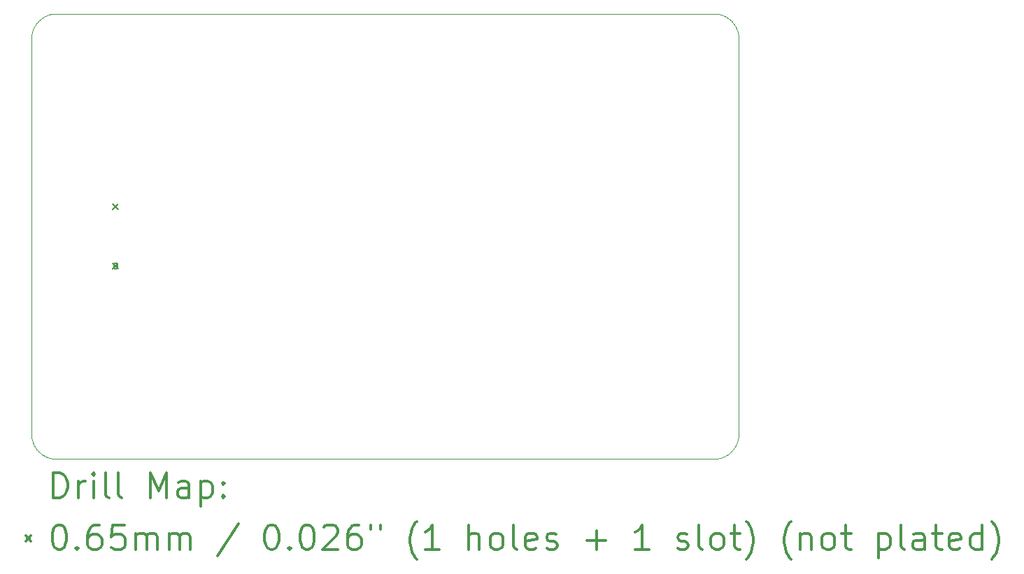
<source format=gbr>
%FSLAX45Y45*%
G04 Gerber Fmt 4.5, Leading zero omitted, Abs format (unit mm)*
G04 Created by KiCad (PCBNEW 4.0.7) date 04/10/18 01:40:11*
%MOMM*%
%LPD*%
G01*
G04 APERTURE LIST*
%ADD10C,0.127000*%
%ADD11C,0.100000*%
%ADD12C,0.200000*%
%ADD13C,0.300000*%
G04 APERTURE END LIST*
D10*
D11*
X12130625Y-7461000D02*
X12255000Y-7461000D01*
X11164047Y-7476830D02*
X11171044Y-7474546D01*
X11150280Y-7481895D02*
X11157125Y-7479281D01*
X11130236Y-7490700D02*
X11136834Y-7487608D01*
X11757500Y-7461000D02*
X11881875Y-7461000D01*
X11143516Y-7484672D02*
X11150280Y-7481895D01*
X11117306Y-7497346D02*
X11123726Y-7493947D01*
X11157125Y-7479281D02*
X11164047Y-7476830D01*
X11033387Y-7564951D02*
X11038175Y-7559559D01*
X11075074Y-7525197D02*
X11080800Y-7520801D01*
X10999895Y-7611977D02*
X11003592Y-7605743D01*
X11508750Y-7461000D02*
X11633125Y-7461000D01*
X10996346Y-7618306D02*
X10999895Y-7611977D01*
X11260000Y-7461000D02*
X11384375Y-7461000D01*
X11080800Y-7520801D02*
X11086632Y-7516540D01*
X11015540Y-7587632D02*
X11019801Y-7581800D01*
X11229440Y-7462556D02*
X11237005Y-7461879D01*
X11237005Y-7461879D02*
X11244622Y-7461392D01*
X11214471Y-7464473D02*
X11221927Y-7463422D01*
X11048125Y-7549125D02*
X11053283Y-7544088D01*
X11199736Y-7467123D02*
X11207073Y-7465708D01*
X11028727Y-7570457D02*
X11033387Y-7564951D01*
X11007433Y-7599606D02*
X11011416Y-7593568D01*
X10986608Y-7637834D02*
X10989700Y-7631236D01*
X11185254Y-7470487D02*
X11192462Y-7468717D01*
X11011416Y-7593568D02*
X11015540Y-7587632D01*
X11098606Y-7508432D02*
X11104744Y-7504591D01*
X11092568Y-7512416D02*
X11098606Y-7508432D01*
X11024197Y-7576074D02*
X11028727Y-7570457D01*
X11058559Y-7539175D02*
X11063951Y-7534387D01*
X11069457Y-7529727D02*
X11075074Y-7525197D01*
X10992947Y-7624726D02*
X10996346Y-7618306D01*
X11633125Y-7461000D02*
X11757500Y-7461000D01*
X11003592Y-7605743D02*
X11007433Y-7599606D01*
X13001250Y-7461000D02*
X13125625Y-7461000D01*
X11244622Y-7461392D02*
X11252288Y-7461098D01*
X12876875Y-7461000D02*
X13001250Y-7461000D01*
X12752500Y-7461000D02*
X12876875Y-7461000D01*
X12628125Y-7461000D02*
X12752500Y-7461000D01*
X12503750Y-7461000D02*
X12628125Y-7461000D01*
X12379375Y-7461000D02*
X12503750Y-7461000D01*
X12255000Y-7461000D02*
X12379375Y-7461000D01*
X11207073Y-7465708D02*
X11214471Y-7464473D01*
X11171044Y-7474546D02*
X11178114Y-7472431D01*
X11063951Y-7534387D02*
X11069457Y-7529727D01*
X11136834Y-7487608D02*
X11143516Y-7484672D01*
X12006250Y-7461000D02*
X12130625Y-7461000D01*
X11881875Y-7461000D02*
X12006250Y-7461000D01*
X11384375Y-7461000D02*
X11508750Y-7461000D01*
X11053283Y-7544088D02*
X11058559Y-7539175D01*
X10989700Y-7631236D02*
X10992947Y-7624726D01*
X11252288Y-7461098D02*
X11260000Y-7461000D01*
X11192462Y-7468717D02*
X11199736Y-7467123D01*
X11221927Y-7463422D02*
X11229440Y-7462556D01*
X11178114Y-7472431D02*
X11185254Y-7470487D01*
X11086632Y-7516540D02*
X11092568Y-7512416D01*
X11019801Y-7581800D02*
X11024197Y-7576074D01*
X11123726Y-7493947D02*
X11130236Y-7490700D01*
X11110978Y-7500895D02*
X11117306Y-7497346D01*
X11043088Y-7554283D02*
X11048125Y-7549125D01*
X11038175Y-7559559D02*
X11043088Y-7554283D01*
X10983672Y-7644516D02*
X10986608Y-7637834D01*
X11104744Y-7504591D02*
X11110978Y-7500895D01*
X19399200Y-12799199D02*
X19393368Y-12803460D01*
X19468584Y-12726432D02*
X19464460Y-12732368D01*
X19431875Y-12770875D02*
X19426717Y-12775912D01*
X19496328Y-12675484D02*
X19493392Y-12682166D01*
X19493392Y-12682166D02*
X19490300Y-12688764D01*
X19515292Y-12611927D02*
X19513877Y-12619264D01*
X19455803Y-12743926D02*
X19451273Y-12749543D01*
X19516527Y-12604529D02*
X19515292Y-12611927D01*
X19476409Y-12714256D02*
X19472568Y-12720394D01*
X19499105Y-12668720D02*
X19496328Y-12675484D01*
X19520000Y-12559000D02*
X19519902Y-12566712D01*
X19369023Y-12819105D02*
X19362694Y-12822654D01*
X19421441Y-12780825D02*
X19416049Y-12785613D01*
X19519608Y-12574378D02*
X19519121Y-12581995D01*
X19441825Y-12760441D02*
X19436912Y-12765717D01*
X19436912Y-12765717D02*
X19431875Y-12770875D01*
X19404926Y-12794803D02*
X19399200Y-12799199D01*
X19416049Y-12785613D02*
X19410543Y-12790273D01*
X19501719Y-12661875D02*
X19499105Y-12668720D01*
X19483654Y-12701694D02*
X19480105Y-12708022D01*
X19387432Y-12807584D02*
X19381394Y-12811567D01*
X19393368Y-12803460D02*
X19387432Y-12807584D01*
X19410543Y-12790273D02*
X19404926Y-12794803D01*
X19426717Y-12775912D02*
X19421441Y-12780825D01*
X19451273Y-12749543D02*
X19446613Y-12755049D01*
X19480105Y-12708022D02*
X19476409Y-12714256D01*
X19510513Y-12633746D02*
X19508569Y-12640886D01*
X19520000Y-12334094D02*
X19520000Y-12409062D01*
X19508569Y-12640886D02*
X19506454Y-12647956D01*
X19519902Y-12566712D02*
X19519608Y-12574378D01*
X19512283Y-12626538D02*
X19510513Y-12633746D01*
X19490300Y-12688764D02*
X19487053Y-12695274D01*
X19513877Y-12619264D02*
X19512283Y-12626538D01*
X19520000Y-12409062D02*
X19520000Y-12484031D01*
X19272927Y-12854292D02*
X19265529Y-12855527D01*
X19280264Y-12852877D02*
X19272927Y-12854292D01*
X19301886Y-12847569D02*
X19294746Y-12849513D01*
X19506454Y-12647956D02*
X19504170Y-12654953D01*
X19381394Y-12811567D02*
X19375257Y-12815408D01*
X19519121Y-12581995D02*
X19518444Y-12589560D01*
X19520000Y-12184156D02*
X19520000Y-12259125D01*
X19315954Y-12843170D02*
X19308956Y-12845454D01*
X19464460Y-12732368D02*
X19460199Y-12738200D01*
X19446613Y-12755049D02*
X19441825Y-12760441D01*
X19287538Y-12851283D02*
X19280264Y-12852877D01*
X19294746Y-12849513D02*
X19287538Y-12851283D01*
X19520000Y-12484031D02*
X19520000Y-12559000D01*
X19517578Y-12597072D02*
X19516527Y-12604529D01*
X19518444Y-12589560D02*
X19517578Y-12597072D01*
X19308956Y-12845454D02*
X19301886Y-12847569D01*
X19487053Y-12695274D02*
X19483654Y-12701694D01*
X19322876Y-12840719D02*
X19315954Y-12843170D01*
X19329720Y-12838104D02*
X19322876Y-12840719D01*
X19520000Y-12109187D02*
X19520000Y-12184156D01*
X19336484Y-12835328D02*
X19329720Y-12838104D01*
X19362694Y-12822654D02*
X19356274Y-12826053D01*
X19343166Y-12832392D02*
X19336484Y-12835328D01*
X19349764Y-12829300D02*
X19343166Y-12832392D01*
X19356274Y-12826053D02*
X19349764Y-12829300D01*
X19375257Y-12815408D02*
X19369023Y-12819105D01*
X19460199Y-12738200D02*
X19455803Y-12743926D01*
X19472568Y-12720394D02*
X19468584Y-12726432D01*
X19520000Y-12259125D02*
X19520000Y-12334094D01*
X19504170Y-12654953D02*
X19501719Y-12661875D01*
X19520000Y-9410313D02*
X19520000Y-9485281D01*
X19520000Y-7985906D02*
X19520000Y-8060875D01*
X19520000Y-8885531D02*
X19520000Y-8960500D01*
X19520000Y-11434469D02*
X19520000Y-11509437D01*
X19520000Y-10684781D02*
X19520000Y-10759750D01*
X19520000Y-7761000D02*
X19520000Y-7835969D01*
X19520000Y-9710188D02*
X19520000Y-9785156D01*
X19520000Y-8435719D02*
X19520000Y-8510688D01*
X19520000Y-11284531D02*
X19520000Y-11359500D01*
X19520000Y-10609813D02*
X19520000Y-10684781D01*
X19520000Y-8735594D02*
X19520000Y-8810563D01*
X19520000Y-11134594D02*
X19520000Y-11209562D01*
X19520000Y-10834719D02*
X19520000Y-10909688D01*
X19520000Y-10384906D02*
X19520000Y-10459875D01*
X19518444Y-7730440D02*
X19519121Y-7738005D01*
X19520000Y-11584406D02*
X19520000Y-11659375D01*
X19520000Y-12034219D02*
X19520000Y-12109187D01*
X19520000Y-10759750D02*
X19520000Y-10834719D01*
X19520000Y-10010063D02*
X19520000Y-10085031D01*
X19520000Y-9785156D02*
X19520000Y-9860125D01*
X19520000Y-8135844D02*
X19520000Y-8210812D01*
X19520000Y-8285781D02*
X19520000Y-8360750D01*
X19520000Y-8510688D02*
X19520000Y-8585656D01*
X19520000Y-9110438D02*
X19520000Y-9185406D01*
X19520000Y-7835969D02*
X19520000Y-7910937D01*
X19520000Y-10534844D02*
X19520000Y-10609813D01*
X19519608Y-7745622D02*
X19519902Y-7753288D01*
X19517578Y-7722927D02*
X19518444Y-7730440D01*
X19520000Y-11959250D02*
X19520000Y-12034219D01*
X19520000Y-9560250D02*
X19520000Y-9635219D01*
X19520000Y-8960500D02*
X19520000Y-9035469D01*
X19520000Y-7910937D02*
X19520000Y-7985906D01*
X19519902Y-7753288D02*
X19520000Y-7761000D01*
X19520000Y-8210812D02*
X19520000Y-8285781D01*
X19520000Y-11884281D02*
X19520000Y-11959250D01*
X19520000Y-9185406D02*
X19520000Y-9260375D01*
X19520000Y-9335344D02*
X19520000Y-9410313D01*
X19520000Y-10909688D02*
X19520000Y-10984656D01*
X19520000Y-10459875D02*
X19520000Y-10534844D01*
X19520000Y-10309938D02*
X19520000Y-10384906D01*
X19520000Y-8060875D02*
X19520000Y-8135844D01*
X19520000Y-8810563D02*
X19520000Y-8885531D01*
X19520000Y-8360750D02*
X19520000Y-8435719D01*
X19519121Y-7738005D02*
X19519608Y-7745622D01*
X19520000Y-11809312D02*
X19520000Y-11884281D01*
X19520000Y-11734344D02*
X19520000Y-11809312D01*
X19520000Y-8660625D02*
X19520000Y-8735594D01*
X19520000Y-11659375D02*
X19520000Y-11734344D01*
X19520000Y-11509437D02*
X19520000Y-11584406D01*
X19520000Y-11359500D02*
X19520000Y-11434469D01*
X19520000Y-11209562D02*
X19520000Y-11284531D01*
X19520000Y-11059625D02*
X19520000Y-11134594D01*
X19520000Y-10984656D02*
X19520000Y-11059625D01*
X19520000Y-10234969D02*
X19520000Y-10309938D01*
X19520000Y-9260375D02*
X19520000Y-9335344D01*
X19520000Y-10160000D02*
X19520000Y-10234969D01*
X19520000Y-9860125D02*
X19520000Y-9935094D01*
X19520000Y-9635219D02*
X19520000Y-9710188D01*
X19516527Y-7715471D02*
X19517578Y-7722927D01*
X19520000Y-9485281D02*
X19520000Y-9560250D01*
X19520000Y-9035469D02*
X19520000Y-9110438D01*
X19520000Y-10085031D02*
X19520000Y-10160000D01*
X19520000Y-9935094D02*
X19520000Y-10010063D01*
X19520000Y-8585656D02*
X19520000Y-8660625D01*
X19369023Y-7500895D02*
X19375257Y-7504591D01*
X19235378Y-7461392D02*
X19242995Y-7461879D01*
X19322876Y-7479281D02*
X19329720Y-7481895D01*
X19499105Y-7651280D02*
X19501719Y-7658124D01*
X19460199Y-7581800D02*
X19464460Y-7587632D01*
X19095625Y-7461000D02*
X19220000Y-7461000D01*
X19393368Y-7516540D02*
X19399200Y-7520801D01*
X19280264Y-7467123D02*
X19287538Y-7468717D01*
X19496328Y-7644516D02*
X19499105Y-7651280D01*
X19455803Y-7576074D02*
X19460199Y-7581800D01*
X19308956Y-7474546D02*
X19315954Y-7476830D01*
X19480105Y-7611977D02*
X19483654Y-7618306D01*
X19468584Y-7593568D02*
X19472568Y-7599606D01*
X19441825Y-7559559D02*
X19446613Y-7564951D01*
X18598125Y-7461000D02*
X18722500Y-7461000D01*
X19487053Y-7624726D02*
X19490300Y-7631236D01*
X19476409Y-7605743D02*
X19480105Y-7611977D01*
X19464460Y-7587632D02*
X19468584Y-7593568D01*
X19416049Y-7534387D02*
X19421441Y-7539175D01*
X19399200Y-7520801D02*
X19404926Y-7525197D01*
X19250560Y-7462556D02*
X19258073Y-7463422D01*
X19265529Y-7464473D02*
X19272927Y-7465708D01*
X19287538Y-7468717D02*
X19294746Y-7470487D01*
X19343166Y-7487608D02*
X19349764Y-7490700D01*
X19220000Y-7461000D02*
X19227712Y-7461098D01*
X19451273Y-7570457D02*
X19455803Y-7576074D01*
X18846875Y-7461000D02*
X18971250Y-7461000D01*
X18473750Y-7461000D02*
X18598125Y-7461000D01*
X19508569Y-7679114D02*
X19510513Y-7686254D01*
X19381394Y-7508432D02*
X19387432Y-7512416D01*
X19329720Y-7481895D02*
X19336484Y-7484672D01*
X19227712Y-7461098D02*
X19235378Y-7461392D01*
X18971250Y-7461000D02*
X19095625Y-7461000D01*
X19258073Y-7463422D02*
X19265529Y-7464473D01*
X19493392Y-7637834D02*
X19496328Y-7644516D01*
X19349764Y-7490700D02*
X19356274Y-7493947D01*
X19362694Y-7497346D02*
X19369023Y-7500895D01*
X19472568Y-7599606D02*
X19476409Y-7605743D01*
X19446613Y-7564951D02*
X19451273Y-7570457D01*
X19436912Y-7554283D02*
X19441825Y-7559559D01*
X19242995Y-7461879D02*
X19250560Y-7462556D01*
X19315954Y-7476830D02*
X19322876Y-7479281D01*
X19272927Y-7465708D02*
X19280264Y-7467123D01*
X18722500Y-7461000D02*
X18846875Y-7461000D01*
X19515292Y-7708073D02*
X19516527Y-7715471D01*
X19506454Y-7672044D02*
X19508569Y-7679114D01*
X19301886Y-7472431D02*
X19308956Y-7474546D01*
X19490300Y-7631236D02*
X19493392Y-7637834D01*
X19513877Y-7700736D02*
X19515292Y-7708073D01*
X19512283Y-7693462D02*
X19513877Y-7700736D01*
X19510513Y-7686254D02*
X19512283Y-7693462D01*
X19504170Y-7665046D02*
X19506454Y-7672044D01*
X19501719Y-7658124D02*
X19504170Y-7665046D01*
X19483654Y-7618306D02*
X19487053Y-7624726D01*
X19356274Y-7493947D02*
X19362694Y-7497346D01*
X19426717Y-7544088D02*
X19431875Y-7549125D01*
X19404926Y-7525197D02*
X19410543Y-7529727D01*
X19387432Y-7512416D02*
X19393368Y-7516540D01*
X19431875Y-7549125D02*
X19436912Y-7554283D01*
X19375257Y-7504591D02*
X19381394Y-7508432D01*
X19336484Y-7484672D02*
X19343166Y-7487608D01*
X19421441Y-7539175D02*
X19426717Y-7544088D01*
X19410543Y-7529727D02*
X19416049Y-7534387D01*
X19294746Y-7470487D02*
X19301886Y-7472431D01*
X13125625Y-7461000D02*
X13250000Y-7461000D01*
X13250000Y-7461000D02*
X13374375Y-7461000D01*
X15737500Y-7461000D02*
X15861875Y-7461000D01*
X15488750Y-7461000D02*
X15613125Y-7461000D01*
X14493750Y-7461000D02*
X14618125Y-7461000D01*
X15364375Y-7461000D02*
X15488750Y-7461000D01*
X13871875Y-7461000D02*
X13996250Y-7461000D01*
X14991250Y-7461000D02*
X15115625Y-7461000D01*
X14866875Y-7461000D02*
X14991250Y-7461000D01*
X13623125Y-7461000D02*
X13747500Y-7461000D01*
X18225000Y-7461000D02*
X18349375Y-7461000D01*
X17851875Y-7461000D02*
X17976250Y-7461000D01*
X15613125Y-7461000D02*
X15737500Y-7461000D01*
X17354375Y-7461000D02*
X17478750Y-7461000D01*
X15986250Y-7461000D02*
X16110625Y-7461000D01*
X16359375Y-7461000D02*
X16483750Y-7461000D01*
X16110625Y-7461000D02*
X16235000Y-7461000D01*
X15240000Y-7461000D02*
X15364375Y-7461000D01*
X13747500Y-7461000D02*
X13871875Y-7461000D01*
X13374375Y-7461000D02*
X13498750Y-7461000D01*
X14618125Y-7461000D02*
X14742500Y-7461000D01*
X18349375Y-7461000D02*
X18473750Y-7461000D01*
X17727500Y-7461000D02*
X17851875Y-7461000D01*
X16981250Y-7461000D02*
X17105625Y-7461000D01*
X16235000Y-7461000D02*
X16359375Y-7461000D01*
X18100625Y-7461000D02*
X18225000Y-7461000D01*
X14742500Y-7461000D02*
X14866875Y-7461000D01*
X14245000Y-7461000D02*
X14369375Y-7461000D01*
X17603125Y-7461000D02*
X17727500Y-7461000D01*
X16856875Y-7461000D02*
X16981250Y-7461000D01*
X17478750Y-7461000D02*
X17603125Y-7461000D01*
X13498750Y-7461000D02*
X13623125Y-7461000D01*
X17976250Y-7461000D02*
X18100625Y-7461000D01*
X17230000Y-7461000D02*
X17354375Y-7461000D01*
X17105625Y-7461000D02*
X17230000Y-7461000D01*
X16732500Y-7461000D02*
X16856875Y-7461000D01*
X16608125Y-7461000D02*
X16732500Y-7461000D01*
X16483750Y-7461000D02*
X16608125Y-7461000D01*
X15861875Y-7461000D02*
X15986250Y-7461000D01*
X15115625Y-7461000D02*
X15240000Y-7461000D01*
X14369375Y-7461000D02*
X14493750Y-7461000D01*
X13996250Y-7461000D02*
X14120625Y-7461000D01*
X14120625Y-7461000D02*
X14245000Y-7461000D01*
X19220000Y-12859000D02*
X19095625Y-12859000D01*
X17354375Y-12859000D02*
X17230000Y-12859000D01*
X17478750Y-12859000D02*
X17354375Y-12859000D01*
X17727500Y-12859000D02*
X17603125Y-12859000D01*
X18100625Y-12859000D02*
X17976250Y-12859000D01*
X18349375Y-12859000D02*
X18225000Y-12859000D01*
X17851875Y-12859000D02*
X17727500Y-12859000D01*
X18473750Y-12859000D02*
X18349375Y-12859000D01*
X19095625Y-12859000D02*
X18971250Y-12859000D01*
X17603125Y-12859000D02*
X17478750Y-12859000D01*
X18225000Y-12859000D02*
X18100625Y-12859000D01*
X17976250Y-12859000D02*
X17851875Y-12859000D01*
X18722500Y-12859000D02*
X18598125Y-12859000D01*
X18846875Y-12859000D02*
X18722500Y-12859000D01*
X18971250Y-12859000D02*
X18846875Y-12859000D01*
X18598125Y-12859000D02*
X18473750Y-12859000D01*
X10960000Y-9185406D02*
X10960000Y-9110438D01*
X10973546Y-7672044D02*
X10975830Y-7665046D01*
X10980896Y-7651280D02*
X10983672Y-7644516D01*
X10978281Y-7658124D02*
X10980896Y-7651280D01*
X10960392Y-7745622D02*
X10960879Y-7738005D01*
X10960000Y-7910937D02*
X10960000Y-7835969D01*
X10960000Y-8060875D02*
X10960000Y-7985906D01*
X10960000Y-8660625D02*
X10960000Y-8585656D01*
X10960000Y-8285781D02*
X10960000Y-8210812D01*
X10960000Y-8735594D02*
X10960000Y-8660625D01*
X10960000Y-8885531D02*
X10960000Y-8810563D01*
X10960000Y-10309938D02*
X10960000Y-10234969D01*
X10960000Y-10684781D02*
X10960000Y-10609813D01*
X10960000Y-11059625D02*
X10960000Y-10984656D01*
X10960000Y-11284531D02*
X10960000Y-11209562D01*
X10975830Y-7665046D02*
X10978281Y-7658124D01*
X10971431Y-7679114D02*
X10973546Y-7672044D01*
X10960000Y-8810563D02*
X10960000Y-8735594D01*
X10960000Y-9710188D02*
X10960000Y-9635219D01*
X10960000Y-9035469D02*
X10960000Y-8960500D01*
X10960000Y-9410313D02*
X10960000Y-9335344D01*
X10969487Y-7686254D02*
X10971431Y-7679114D01*
X10967717Y-7693462D02*
X10969487Y-7686254D01*
X10963473Y-7715471D02*
X10964708Y-7708073D01*
X10962422Y-7722927D02*
X10963473Y-7715471D01*
X10960879Y-7738005D02*
X10961556Y-7730440D01*
X10960000Y-10085031D02*
X10960000Y-10010063D01*
X10960000Y-7761000D02*
X10960099Y-7753288D01*
X10960000Y-9110438D02*
X10960000Y-9035469D01*
X10960000Y-9335344D02*
X10960000Y-9260375D01*
X10960000Y-9785156D02*
X10960000Y-9710188D01*
X10960000Y-8135844D02*
X10960000Y-8060875D01*
X10960000Y-8510688D02*
X10960000Y-8435719D01*
X10960000Y-9485281D02*
X10960000Y-9410313D01*
X10960000Y-10384906D02*
X10960000Y-10309938D01*
X10961556Y-7730440D02*
X10962422Y-7722927D01*
X10960000Y-10010063D02*
X10960000Y-9935094D01*
X10960000Y-8435719D02*
X10960000Y-8360750D01*
X10960000Y-8585656D02*
X10960000Y-8510688D01*
X10960000Y-7985906D02*
X10960000Y-7910937D01*
X10960000Y-10534844D02*
X10960000Y-10459875D01*
X10960000Y-9860125D02*
X10960000Y-9785156D01*
X10960000Y-9260375D02*
X10960000Y-9185406D01*
X10960000Y-8960500D02*
X10960000Y-8885531D01*
X10964708Y-7708073D02*
X10966123Y-7700736D01*
X10960000Y-9635219D02*
X10960000Y-9560250D01*
X10960099Y-7753288D02*
X10960392Y-7745622D01*
X10960000Y-10984656D02*
X10960000Y-10909688D01*
X10960000Y-7835969D02*
X10960000Y-7761000D01*
X10960000Y-9560250D02*
X10960000Y-9485281D01*
X10960000Y-10609813D02*
X10960000Y-10534844D01*
X10960000Y-9935094D02*
X10960000Y-9860125D01*
X10960000Y-10160000D02*
X10960000Y-10085031D01*
X10960000Y-11359500D02*
X10960000Y-11284531D01*
X10960000Y-10759750D02*
X10960000Y-10684781D01*
X10960000Y-8210812D02*
X10960000Y-8135844D01*
X10960000Y-8360750D02*
X10960000Y-8285781D01*
X10960000Y-10234969D02*
X10960000Y-10160000D01*
X10960000Y-11134594D02*
X10960000Y-11059625D01*
X10960000Y-10909688D02*
X10960000Y-10834719D01*
X10960000Y-10459875D02*
X10960000Y-10384906D01*
X10966123Y-7700736D02*
X10967717Y-7693462D01*
X10960000Y-10834719D02*
X10960000Y-10759750D01*
X10960000Y-11209562D02*
X10960000Y-11134594D01*
X10960000Y-11884281D02*
X10960000Y-11809312D01*
X10960000Y-12109187D02*
X10960000Y-12034219D01*
X10960000Y-12184156D02*
X10960000Y-12109187D01*
X10967717Y-12626538D02*
X10966123Y-12619264D01*
X11033387Y-12755049D02*
X11028727Y-12749543D01*
X10960000Y-12259125D02*
X10960000Y-12184156D01*
X10960000Y-12334094D02*
X10960000Y-12259125D01*
X10960000Y-12409062D02*
X10960000Y-12334094D01*
X10986608Y-12682166D02*
X10983672Y-12675484D01*
X11075074Y-12794803D02*
X11069457Y-12790273D01*
X11136834Y-12832392D02*
X11130236Y-12829300D01*
X10973546Y-12647956D02*
X10971431Y-12640886D01*
X11048125Y-12770875D02*
X11043088Y-12765717D01*
X10960879Y-12581995D02*
X10960392Y-12574378D01*
X11007433Y-12720394D02*
X11003592Y-12714256D01*
X11130236Y-12829300D02*
X11123726Y-12826053D01*
X10960000Y-12484031D02*
X10960000Y-12409062D01*
X10960000Y-12559000D02*
X10960000Y-12484031D01*
X10960099Y-12566712D02*
X10960000Y-12559000D01*
X10960392Y-12574378D02*
X10960099Y-12566712D01*
X10996346Y-12701694D02*
X10992947Y-12695274D01*
X10999895Y-12708022D02*
X10996346Y-12701694D01*
X11092568Y-12807584D02*
X11086632Y-12803460D01*
X11003592Y-12714256D02*
X10999895Y-12708022D01*
X11098606Y-12811567D02*
X11092568Y-12807584D01*
X11104744Y-12815408D02*
X11098606Y-12811567D01*
X10961556Y-12589560D02*
X10960879Y-12581995D01*
X10963473Y-12604529D02*
X10962422Y-12597072D01*
X10964708Y-12611927D02*
X10963473Y-12604529D01*
X10969487Y-12633746D02*
X10967717Y-12626538D01*
X11110978Y-12819105D02*
X11104744Y-12815408D01*
X11117306Y-12822654D02*
X11110978Y-12819105D01*
X11143516Y-12835328D02*
X11136834Y-12832392D01*
X11038175Y-12760441D02*
X11033387Y-12755049D01*
X10966123Y-12619264D02*
X10964708Y-12611927D01*
X10971431Y-12640886D02*
X10969487Y-12633746D01*
X11019801Y-12738200D02*
X11015540Y-12732368D01*
X10983672Y-12675484D02*
X10980896Y-12668720D01*
X10989700Y-12688764D02*
X10986608Y-12682166D01*
X11069457Y-12790273D02*
X11063951Y-12785613D01*
X11028727Y-12749543D02*
X11024197Y-12743926D01*
X11080800Y-12799199D02*
X11075074Y-12794803D01*
X11011416Y-12726432D02*
X11007433Y-12720394D01*
X11024197Y-12743926D02*
X11019801Y-12738200D01*
X11043088Y-12765717D02*
X11038175Y-12760441D01*
X10960000Y-11659375D02*
X10960000Y-11584406D01*
X10960000Y-11434469D02*
X10960000Y-11359500D01*
X10960000Y-11509437D02*
X10960000Y-11434469D01*
X10960000Y-11584406D02*
X10960000Y-11509437D01*
X10960000Y-11959250D02*
X10960000Y-11884281D01*
X10960000Y-11809312D02*
X10960000Y-11734344D01*
X10978281Y-12661875D02*
X10975830Y-12654953D01*
X11058559Y-12780825D02*
X11053283Y-12775912D01*
X10992947Y-12695274D02*
X10989700Y-12688764D01*
X11086632Y-12803460D02*
X11080800Y-12799199D01*
X11123726Y-12826053D02*
X11117306Y-12822654D01*
X10960000Y-11734344D02*
X10960000Y-11659375D01*
X10960000Y-12034219D02*
X10960000Y-11959250D01*
X10962422Y-12597072D02*
X10961556Y-12589560D01*
X11015540Y-12732368D02*
X11011416Y-12726432D01*
X10980896Y-12668720D02*
X10978281Y-12661875D01*
X11063951Y-12785613D02*
X11058559Y-12780825D01*
X10975830Y-12654953D02*
X10973546Y-12647956D01*
X11053283Y-12775912D02*
X11048125Y-12770875D01*
X16110625Y-12859000D02*
X15986250Y-12859000D01*
X12255000Y-12859000D02*
X12130625Y-12859000D01*
X11199736Y-12852877D02*
X11192462Y-12851283D01*
X11207073Y-12854292D02*
X11199736Y-12852877D01*
X11221927Y-12856578D02*
X11214471Y-12855527D01*
X11229440Y-12857444D02*
X11221927Y-12856578D01*
X11252288Y-12858901D02*
X11244622Y-12858608D01*
X15240000Y-12859000D02*
X15115625Y-12859000D01*
X14618125Y-12859000D02*
X14493750Y-12859000D01*
X14245000Y-12859000D02*
X14120625Y-12859000D01*
X15613125Y-12859000D02*
X15488750Y-12859000D01*
X11260000Y-12859000D02*
X11252288Y-12858901D01*
X13498750Y-12859000D02*
X13374375Y-12859000D01*
X15364375Y-12859000D02*
X15240000Y-12859000D01*
X13996250Y-12859000D02*
X13871875Y-12859000D01*
X11237005Y-12858121D02*
X11229440Y-12857444D01*
X12006250Y-12859000D02*
X11881875Y-12859000D01*
X15488750Y-12859000D02*
X15364375Y-12859000D01*
X16981250Y-12859000D02*
X16856875Y-12859000D01*
X15861875Y-12859000D02*
X15737500Y-12859000D01*
X16483750Y-12859000D02*
X16359375Y-12859000D01*
X11244622Y-12858608D02*
X11237005Y-12858121D01*
X11633125Y-12859000D02*
X11508750Y-12859000D01*
X13001250Y-12859000D02*
X12876875Y-12859000D01*
X11384375Y-12859000D02*
X11260000Y-12859000D01*
X12628125Y-12859000D02*
X12503750Y-12859000D01*
X13374375Y-12859000D02*
X13250000Y-12859000D01*
X13747500Y-12859000D02*
X13623125Y-12859000D01*
X15986250Y-12859000D02*
X15861875Y-12859000D01*
X16359375Y-12859000D02*
X16235000Y-12859000D01*
X17105625Y-12859000D02*
X16981250Y-12859000D01*
X14369375Y-12859000D02*
X14245000Y-12859000D01*
X14991250Y-12859000D02*
X14866875Y-12859000D01*
X16608125Y-12859000D02*
X16483750Y-12859000D01*
X12379375Y-12859000D02*
X12255000Y-12859000D01*
X12130625Y-12859000D02*
X12006250Y-12859000D01*
X13125625Y-12859000D02*
X13001250Y-12859000D01*
X14866875Y-12859000D02*
X14742500Y-12859000D01*
X15115625Y-12859000D02*
X14991250Y-12859000D01*
X13250000Y-12859000D02*
X13125625Y-12859000D01*
X14120625Y-12859000D02*
X13996250Y-12859000D01*
X17230000Y-12859000D02*
X17105625Y-12859000D01*
X16235000Y-12859000D02*
X16110625Y-12859000D01*
X15737500Y-12859000D02*
X15613125Y-12859000D01*
X11150280Y-12838104D02*
X11143516Y-12835328D01*
X16856875Y-12859000D02*
X16732500Y-12859000D01*
X11157125Y-12840719D02*
X11150280Y-12838104D01*
X12503750Y-12859000D02*
X12379375Y-12859000D01*
X13871875Y-12859000D02*
X13747500Y-12859000D01*
X11881875Y-12859000D02*
X11757500Y-12859000D01*
X11164047Y-12843170D02*
X11157125Y-12840719D01*
X11508750Y-12859000D02*
X11384375Y-12859000D01*
X16732500Y-12859000D02*
X16608125Y-12859000D01*
X11171044Y-12845454D02*
X11164047Y-12843170D01*
X11178114Y-12847569D02*
X11171044Y-12845454D01*
X12876875Y-12859000D02*
X12752500Y-12859000D01*
X11214471Y-12855527D02*
X11207073Y-12854292D01*
X14493750Y-12859000D02*
X14369375Y-12859000D01*
X13623125Y-12859000D02*
X13498750Y-12859000D01*
X14742500Y-12859000D02*
X14618125Y-12859000D01*
X11757500Y-12859000D02*
X11633125Y-12859000D01*
X12752500Y-12859000D02*
X12628125Y-12859000D01*
X11185254Y-12849513D02*
X11178114Y-12847569D01*
X11192462Y-12851283D02*
X11185254Y-12849513D01*
X19250560Y-12857444D02*
X19242995Y-12858121D01*
X19258073Y-12856578D02*
X19250560Y-12857444D01*
X19227712Y-12858901D02*
X19220000Y-12859000D01*
X19242995Y-12858121D02*
X19235378Y-12858608D01*
X19235378Y-12858608D02*
X19227712Y-12858901D01*
X19265529Y-12855527D02*
X19258073Y-12856578D01*
X19220000Y-12859000D02*
X19220000Y-12859000D01*
D12*
X11946000Y-9767500D02*
X12011000Y-9832500D01*
X12011000Y-9767500D02*
X11946000Y-9832500D01*
X11946000Y-10487500D02*
X12011000Y-10552500D01*
X12011000Y-10487500D02*
X11946000Y-10552500D01*
X11956000Y-10505000D02*
X11956000Y-10535000D01*
X12001000Y-10505000D02*
X12001000Y-10535000D01*
X11956000Y-10535000D02*
G75*
G03X12001000Y-10535000I22500J0D01*
G01*
X12001000Y-10505000D02*
G75*
G03X11956000Y-10505000I-22500J0D01*
G01*
D13*
X11226428Y-13329714D02*
X11226428Y-13029714D01*
X11297857Y-13029714D01*
X11340714Y-13044000D01*
X11369286Y-13072571D01*
X11383571Y-13101143D01*
X11397857Y-13158286D01*
X11397857Y-13201143D01*
X11383571Y-13258286D01*
X11369286Y-13286857D01*
X11340714Y-13315429D01*
X11297857Y-13329714D01*
X11226428Y-13329714D01*
X11526428Y-13329714D02*
X11526428Y-13129714D01*
X11526428Y-13186857D02*
X11540714Y-13158286D01*
X11555000Y-13144000D01*
X11583571Y-13129714D01*
X11612143Y-13129714D01*
X11712143Y-13329714D02*
X11712143Y-13129714D01*
X11712143Y-13029714D02*
X11697857Y-13044000D01*
X11712143Y-13058286D01*
X11726428Y-13044000D01*
X11712143Y-13029714D01*
X11712143Y-13058286D01*
X11897857Y-13329714D02*
X11869286Y-13315429D01*
X11855000Y-13286857D01*
X11855000Y-13029714D01*
X12055000Y-13329714D02*
X12026428Y-13315429D01*
X12012143Y-13286857D01*
X12012143Y-13029714D01*
X12397857Y-13329714D02*
X12397857Y-13029714D01*
X12497857Y-13244000D01*
X12597857Y-13029714D01*
X12597857Y-13329714D01*
X12869286Y-13329714D02*
X12869286Y-13172571D01*
X12855000Y-13144000D01*
X12826428Y-13129714D01*
X12769286Y-13129714D01*
X12740714Y-13144000D01*
X12869286Y-13315429D02*
X12840714Y-13329714D01*
X12769286Y-13329714D01*
X12740714Y-13315429D01*
X12726428Y-13286857D01*
X12726428Y-13258286D01*
X12740714Y-13229714D01*
X12769286Y-13215429D01*
X12840714Y-13215429D01*
X12869286Y-13201143D01*
X13012143Y-13129714D02*
X13012143Y-13429714D01*
X13012143Y-13144000D02*
X13040714Y-13129714D01*
X13097857Y-13129714D01*
X13126428Y-13144000D01*
X13140714Y-13158286D01*
X13155000Y-13186857D01*
X13155000Y-13272571D01*
X13140714Y-13301143D01*
X13126428Y-13315429D01*
X13097857Y-13329714D01*
X13040714Y-13329714D01*
X13012143Y-13315429D01*
X13283571Y-13301143D02*
X13297857Y-13315429D01*
X13283571Y-13329714D01*
X13269286Y-13315429D01*
X13283571Y-13301143D01*
X13283571Y-13329714D01*
X13283571Y-13144000D02*
X13297857Y-13158286D01*
X13283571Y-13172571D01*
X13269286Y-13158286D01*
X13283571Y-13144000D01*
X13283571Y-13172571D01*
X10890000Y-13791500D02*
X10955000Y-13856500D01*
X10955000Y-13791500D02*
X10890000Y-13856500D01*
X11283571Y-13659714D02*
X11312143Y-13659714D01*
X11340714Y-13674000D01*
X11355000Y-13688286D01*
X11369286Y-13716857D01*
X11383571Y-13774000D01*
X11383571Y-13845429D01*
X11369286Y-13902571D01*
X11355000Y-13931143D01*
X11340714Y-13945429D01*
X11312143Y-13959714D01*
X11283571Y-13959714D01*
X11255000Y-13945429D01*
X11240714Y-13931143D01*
X11226428Y-13902571D01*
X11212143Y-13845429D01*
X11212143Y-13774000D01*
X11226428Y-13716857D01*
X11240714Y-13688286D01*
X11255000Y-13674000D01*
X11283571Y-13659714D01*
X11512143Y-13931143D02*
X11526428Y-13945429D01*
X11512143Y-13959714D01*
X11497857Y-13945429D01*
X11512143Y-13931143D01*
X11512143Y-13959714D01*
X11783571Y-13659714D02*
X11726428Y-13659714D01*
X11697857Y-13674000D01*
X11683571Y-13688286D01*
X11655000Y-13731143D01*
X11640714Y-13788286D01*
X11640714Y-13902571D01*
X11655000Y-13931143D01*
X11669286Y-13945429D01*
X11697857Y-13959714D01*
X11755000Y-13959714D01*
X11783571Y-13945429D01*
X11797857Y-13931143D01*
X11812143Y-13902571D01*
X11812143Y-13831143D01*
X11797857Y-13802571D01*
X11783571Y-13788286D01*
X11755000Y-13774000D01*
X11697857Y-13774000D01*
X11669286Y-13788286D01*
X11655000Y-13802571D01*
X11640714Y-13831143D01*
X12083571Y-13659714D02*
X11940714Y-13659714D01*
X11926428Y-13802571D01*
X11940714Y-13788286D01*
X11969286Y-13774000D01*
X12040714Y-13774000D01*
X12069286Y-13788286D01*
X12083571Y-13802571D01*
X12097857Y-13831143D01*
X12097857Y-13902571D01*
X12083571Y-13931143D01*
X12069286Y-13945429D01*
X12040714Y-13959714D01*
X11969286Y-13959714D01*
X11940714Y-13945429D01*
X11926428Y-13931143D01*
X12226428Y-13959714D02*
X12226428Y-13759714D01*
X12226428Y-13788286D02*
X12240714Y-13774000D01*
X12269286Y-13759714D01*
X12312143Y-13759714D01*
X12340714Y-13774000D01*
X12355000Y-13802571D01*
X12355000Y-13959714D01*
X12355000Y-13802571D02*
X12369286Y-13774000D01*
X12397857Y-13759714D01*
X12440714Y-13759714D01*
X12469286Y-13774000D01*
X12483571Y-13802571D01*
X12483571Y-13959714D01*
X12626428Y-13959714D02*
X12626428Y-13759714D01*
X12626428Y-13788286D02*
X12640714Y-13774000D01*
X12669286Y-13759714D01*
X12712143Y-13759714D01*
X12740714Y-13774000D01*
X12755000Y-13802571D01*
X12755000Y-13959714D01*
X12755000Y-13802571D02*
X12769286Y-13774000D01*
X12797857Y-13759714D01*
X12840714Y-13759714D01*
X12869286Y-13774000D01*
X12883571Y-13802571D01*
X12883571Y-13959714D01*
X13469286Y-13645429D02*
X13212143Y-14031143D01*
X13855000Y-13659714D02*
X13883571Y-13659714D01*
X13912143Y-13674000D01*
X13926428Y-13688286D01*
X13940714Y-13716857D01*
X13955000Y-13774000D01*
X13955000Y-13845429D01*
X13940714Y-13902571D01*
X13926428Y-13931143D01*
X13912143Y-13945429D01*
X13883571Y-13959714D01*
X13855000Y-13959714D01*
X13826428Y-13945429D01*
X13812143Y-13931143D01*
X13797857Y-13902571D01*
X13783571Y-13845429D01*
X13783571Y-13774000D01*
X13797857Y-13716857D01*
X13812143Y-13688286D01*
X13826428Y-13674000D01*
X13855000Y-13659714D01*
X14083571Y-13931143D02*
X14097857Y-13945429D01*
X14083571Y-13959714D01*
X14069286Y-13945429D01*
X14083571Y-13931143D01*
X14083571Y-13959714D01*
X14283571Y-13659714D02*
X14312143Y-13659714D01*
X14340714Y-13674000D01*
X14355000Y-13688286D01*
X14369285Y-13716857D01*
X14383571Y-13774000D01*
X14383571Y-13845429D01*
X14369285Y-13902571D01*
X14355000Y-13931143D01*
X14340714Y-13945429D01*
X14312143Y-13959714D01*
X14283571Y-13959714D01*
X14255000Y-13945429D01*
X14240714Y-13931143D01*
X14226428Y-13902571D01*
X14212143Y-13845429D01*
X14212143Y-13774000D01*
X14226428Y-13716857D01*
X14240714Y-13688286D01*
X14255000Y-13674000D01*
X14283571Y-13659714D01*
X14497857Y-13688286D02*
X14512143Y-13674000D01*
X14540714Y-13659714D01*
X14612143Y-13659714D01*
X14640714Y-13674000D01*
X14655000Y-13688286D01*
X14669285Y-13716857D01*
X14669285Y-13745429D01*
X14655000Y-13788286D01*
X14483571Y-13959714D01*
X14669285Y-13959714D01*
X14926428Y-13659714D02*
X14869285Y-13659714D01*
X14840714Y-13674000D01*
X14826428Y-13688286D01*
X14797857Y-13731143D01*
X14783571Y-13788286D01*
X14783571Y-13902571D01*
X14797857Y-13931143D01*
X14812143Y-13945429D01*
X14840714Y-13959714D01*
X14897857Y-13959714D01*
X14926428Y-13945429D01*
X14940714Y-13931143D01*
X14955000Y-13902571D01*
X14955000Y-13831143D01*
X14940714Y-13802571D01*
X14926428Y-13788286D01*
X14897857Y-13774000D01*
X14840714Y-13774000D01*
X14812143Y-13788286D01*
X14797857Y-13802571D01*
X14783571Y-13831143D01*
X15069286Y-13659714D02*
X15069286Y-13716857D01*
X15183571Y-13659714D02*
X15183571Y-13716857D01*
X15626428Y-14074000D02*
X15612143Y-14059714D01*
X15583571Y-14016857D01*
X15569285Y-13988286D01*
X15555000Y-13945429D01*
X15540714Y-13874000D01*
X15540714Y-13816857D01*
X15555000Y-13745429D01*
X15569285Y-13702571D01*
X15583571Y-13674000D01*
X15612143Y-13631143D01*
X15626428Y-13616857D01*
X15897857Y-13959714D02*
X15726428Y-13959714D01*
X15812143Y-13959714D02*
X15812143Y-13659714D01*
X15783571Y-13702571D01*
X15755000Y-13731143D01*
X15726428Y-13745429D01*
X16255000Y-13959714D02*
X16255000Y-13659714D01*
X16383571Y-13959714D02*
X16383571Y-13802571D01*
X16369285Y-13774000D01*
X16340714Y-13759714D01*
X16297857Y-13759714D01*
X16269285Y-13774000D01*
X16255000Y-13788286D01*
X16569285Y-13959714D02*
X16540714Y-13945429D01*
X16526428Y-13931143D01*
X16512143Y-13902571D01*
X16512143Y-13816857D01*
X16526428Y-13788286D01*
X16540714Y-13774000D01*
X16569285Y-13759714D01*
X16612143Y-13759714D01*
X16640714Y-13774000D01*
X16655000Y-13788286D01*
X16669285Y-13816857D01*
X16669285Y-13902571D01*
X16655000Y-13931143D01*
X16640714Y-13945429D01*
X16612143Y-13959714D01*
X16569285Y-13959714D01*
X16840714Y-13959714D02*
X16812143Y-13945429D01*
X16797857Y-13916857D01*
X16797857Y-13659714D01*
X17069286Y-13945429D02*
X17040714Y-13959714D01*
X16983571Y-13959714D01*
X16955000Y-13945429D01*
X16940714Y-13916857D01*
X16940714Y-13802571D01*
X16955000Y-13774000D01*
X16983571Y-13759714D01*
X17040714Y-13759714D01*
X17069286Y-13774000D01*
X17083571Y-13802571D01*
X17083571Y-13831143D01*
X16940714Y-13859714D01*
X17197857Y-13945429D02*
X17226429Y-13959714D01*
X17283571Y-13959714D01*
X17312143Y-13945429D01*
X17326429Y-13916857D01*
X17326429Y-13902571D01*
X17312143Y-13874000D01*
X17283571Y-13859714D01*
X17240714Y-13859714D01*
X17212143Y-13845429D01*
X17197857Y-13816857D01*
X17197857Y-13802571D01*
X17212143Y-13774000D01*
X17240714Y-13759714D01*
X17283571Y-13759714D01*
X17312143Y-13774000D01*
X17683571Y-13845429D02*
X17912143Y-13845429D01*
X17797857Y-13959714D02*
X17797857Y-13731143D01*
X18440714Y-13959714D02*
X18269286Y-13959714D01*
X18355000Y-13959714D02*
X18355000Y-13659714D01*
X18326428Y-13702571D01*
X18297857Y-13731143D01*
X18269286Y-13745429D01*
X18783571Y-13945429D02*
X18812143Y-13959714D01*
X18869286Y-13959714D01*
X18897857Y-13945429D01*
X18912143Y-13916857D01*
X18912143Y-13902571D01*
X18897857Y-13874000D01*
X18869286Y-13859714D01*
X18826428Y-13859714D01*
X18797857Y-13845429D01*
X18783571Y-13816857D01*
X18783571Y-13802571D01*
X18797857Y-13774000D01*
X18826428Y-13759714D01*
X18869286Y-13759714D01*
X18897857Y-13774000D01*
X19083571Y-13959714D02*
X19055000Y-13945429D01*
X19040714Y-13916857D01*
X19040714Y-13659714D01*
X19240714Y-13959714D02*
X19212143Y-13945429D01*
X19197857Y-13931143D01*
X19183571Y-13902571D01*
X19183571Y-13816857D01*
X19197857Y-13788286D01*
X19212143Y-13774000D01*
X19240714Y-13759714D01*
X19283571Y-13759714D01*
X19312143Y-13774000D01*
X19326428Y-13788286D01*
X19340714Y-13816857D01*
X19340714Y-13902571D01*
X19326428Y-13931143D01*
X19312143Y-13945429D01*
X19283571Y-13959714D01*
X19240714Y-13959714D01*
X19426428Y-13759714D02*
X19540714Y-13759714D01*
X19469286Y-13659714D02*
X19469286Y-13916857D01*
X19483571Y-13945429D01*
X19512143Y-13959714D01*
X19540714Y-13959714D01*
X19612143Y-14074000D02*
X19626429Y-14059714D01*
X19655000Y-14016857D01*
X19669286Y-13988286D01*
X19683571Y-13945429D01*
X19697857Y-13874000D01*
X19697857Y-13816857D01*
X19683571Y-13745429D01*
X19669286Y-13702571D01*
X19655000Y-13674000D01*
X19626429Y-13631143D01*
X19612143Y-13616857D01*
X20155000Y-14074000D02*
X20140714Y-14059714D01*
X20112143Y-14016857D01*
X20097857Y-13988286D01*
X20083571Y-13945429D01*
X20069286Y-13874000D01*
X20069286Y-13816857D01*
X20083571Y-13745429D01*
X20097857Y-13702571D01*
X20112143Y-13674000D01*
X20140714Y-13631143D01*
X20155000Y-13616857D01*
X20269286Y-13759714D02*
X20269286Y-13959714D01*
X20269286Y-13788286D02*
X20283571Y-13774000D01*
X20312143Y-13759714D01*
X20355000Y-13759714D01*
X20383571Y-13774000D01*
X20397857Y-13802571D01*
X20397857Y-13959714D01*
X20583571Y-13959714D02*
X20555000Y-13945429D01*
X20540714Y-13931143D01*
X20526429Y-13902571D01*
X20526429Y-13816857D01*
X20540714Y-13788286D01*
X20555000Y-13774000D01*
X20583571Y-13759714D01*
X20626429Y-13759714D01*
X20655000Y-13774000D01*
X20669286Y-13788286D01*
X20683571Y-13816857D01*
X20683571Y-13902571D01*
X20669286Y-13931143D01*
X20655000Y-13945429D01*
X20626429Y-13959714D01*
X20583571Y-13959714D01*
X20769286Y-13759714D02*
X20883571Y-13759714D01*
X20812143Y-13659714D02*
X20812143Y-13916857D01*
X20826429Y-13945429D01*
X20855000Y-13959714D01*
X20883571Y-13959714D01*
X21212143Y-13759714D02*
X21212143Y-14059714D01*
X21212143Y-13774000D02*
X21240714Y-13759714D01*
X21297857Y-13759714D01*
X21326429Y-13774000D01*
X21340714Y-13788286D01*
X21355000Y-13816857D01*
X21355000Y-13902571D01*
X21340714Y-13931143D01*
X21326429Y-13945429D01*
X21297857Y-13959714D01*
X21240714Y-13959714D01*
X21212143Y-13945429D01*
X21526429Y-13959714D02*
X21497857Y-13945429D01*
X21483571Y-13916857D01*
X21483571Y-13659714D01*
X21769286Y-13959714D02*
X21769286Y-13802571D01*
X21755000Y-13774000D01*
X21726429Y-13759714D01*
X21669286Y-13759714D01*
X21640714Y-13774000D01*
X21769286Y-13945429D02*
X21740714Y-13959714D01*
X21669286Y-13959714D01*
X21640714Y-13945429D01*
X21626429Y-13916857D01*
X21626429Y-13888286D01*
X21640714Y-13859714D01*
X21669286Y-13845429D01*
X21740714Y-13845429D01*
X21769286Y-13831143D01*
X21869286Y-13759714D02*
X21983571Y-13759714D01*
X21912143Y-13659714D02*
X21912143Y-13916857D01*
X21926429Y-13945429D01*
X21955000Y-13959714D01*
X21983571Y-13959714D01*
X22197857Y-13945429D02*
X22169286Y-13959714D01*
X22112143Y-13959714D01*
X22083572Y-13945429D01*
X22069286Y-13916857D01*
X22069286Y-13802571D01*
X22083572Y-13774000D01*
X22112143Y-13759714D01*
X22169286Y-13759714D01*
X22197857Y-13774000D01*
X22212143Y-13802571D01*
X22212143Y-13831143D01*
X22069286Y-13859714D01*
X22469286Y-13959714D02*
X22469286Y-13659714D01*
X22469286Y-13945429D02*
X22440714Y-13959714D01*
X22383571Y-13959714D01*
X22355000Y-13945429D01*
X22340714Y-13931143D01*
X22326429Y-13902571D01*
X22326429Y-13816857D01*
X22340714Y-13788286D01*
X22355000Y-13774000D01*
X22383571Y-13759714D01*
X22440714Y-13759714D01*
X22469286Y-13774000D01*
X22583571Y-14074000D02*
X22597857Y-14059714D01*
X22626429Y-14016857D01*
X22640714Y-13988286D01*
X22655000Y-13945429D01*
X22669286Y-13874000D01*
X22669286Y-13816857D01*
X22655000Y-13745429D01*
X22640714Y-13702571D01*
X22626429Y-13674000D01*
X22597857Y-13631143D01*
X22583571Y-13616857D01*
M02*

</source>
